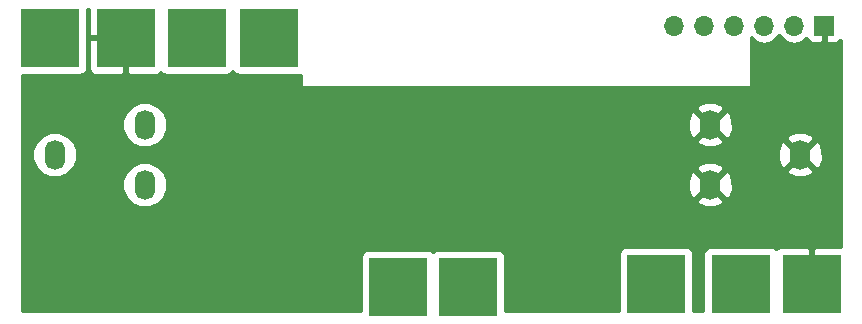
<source format=gbl>
G04 #@! TF.GenerationSoftware,KiCad,Pcbnew,5.0.0-rc2-dev-unknown-r12647-81843c37*
G04 #@! TF.CreationDate,2018-05-28T11:26:45-04:00*
G04 #@! TF.ProjectId,Peapod PCB,506561706F64205043422E6B69636164,rev?*
G04 #@! TF.SameCoordinates,Original*
G04 #@! TF.FileFunction,Copper,L2,Bot,Signal*
G04 #@! TF.FilePolarity,Positive*
%FSLAX46Y46*%
G04 Gerber Fmt 4.6, Leading zero omitted, Abs format (unit mm)*
G04 Created by KiCad (PCBNEW 5.0.0-rc2-dev-unknown-r12647-81843c37) date Mon May 28 11:26:45 2018*
%MOMM*%
%LPD*%
G01*
G04 APERTURE LIST*
%ADD10O,1.711200X2.540000*%
%ADD11R,5.000000X5.000000*%
%ADD12R,1.700000X1.700000*%
%ADD13O,1.700000X1.700000*%
%ADD14C,0.685800*%
%ADD15C,0.254000*%
G04 APERTURE END LIST*
D10*
X156340000Y-39370000D03*
X163960000Y-41910000D03*
X163960000Y-36830000D03*
X219460000Y-39370000D03*
X211840000Y-36830000D03*
X211840000Y-41910000D03*
D11*
X214424000Y-50292000D03*
X220424000Y-50292000D03*
X168354000Y-29464000D03*
X162354000Y-29464000D03*
X155956000Y-29464000D03*
D12*
X221488000Y-28448000D03*
D13*
X218948000Y-28448000D03*
X216408000Y-28448000D03*
X213868000Y-28448000D03*
X211328000Y-28448000D03*
X208788000Y-28448000D03*
D11*
X191350000Y-50550000D03*
X207264000Y-50292000D03*
X185420000Y-50546000D03*
X174498000Y-29464000D03*
D14*
X198882000Y-49022000D03*
X168402000Y-34798000D03*
X177800000Y-49022000D03*
X168656000Y-49022000D03*
X160020000Y-49022000D03*
X208534000Y-39370000D03*
X155956000Y-29464000D03*
X168354000Y-29464000D03*
X185420000Y-51562000D03*
X174498000Y-29464000D03*
X191096000Y-51566000D03*
X207264000Y-50292000D03*
X214424000Y-50292000D03*
D15*
G36*
X159219000Y-29178250D02*
X159377750Y-29337000D01*
X162227000Y-29337000D01*
X162227000Y-29317000D01*
X162481000Y-29317000D01*
X162481000Y-29337000D01*
X162501000Y-29337000D01*
X162501000Y-29591000D01*
X162481000Y-29591000D01*
X162481000Y-32440250D01*
X162639750Y-32599000D01*
X164980309Y-32599000D01*
X165213698Y-32502327D01*
X165354936Y-32361090D01*
X165389910Y-32415441D01*
X165602110Y-32560431D01*
X165854000Y-32611440D01*
X170854000Y-32611440D01*
X171089317Y-32567162D01*
X171305441Y-32428090D01*
X171427293Y-32249754D01*
X171533910Y-32415441D01*
X171746110Y-32560431D01*
X171998000Y-32611440D01*
X176998000Y-32611440D01*
X177165000Y-32580017D01*
X177165000Y-33528000D01*
X177175006Y-33577410D01*
X177203447Y-33619035D01*
X177245841Y-33646315D01*
X177292000Y-33655000D01*
X215138000Y-33655000D01*
X215187410Y-33644994D01*
X215229035Y-33616553D01*
X215256315Y-33574159D01*
X215265000Y-33528000D01*
X215265000Y-29388043D01*
X215357946Y-29527147D01*
X215839715Y-29849054D01*
X216408000Y-29962093D01*
X216976285Y-29849054D01*
X217458054Y-29527147D01*
X217678000Y-29197974D01*
X217897946Y-29527147D01*
X218379715Y-29849054D01*
X218948000Y-29962093D01*
X219516285Y-29849054D01*
X219998054Y-29527147D01*
X220027403Y-29483223D01*
X220099673Y-29657698D01*
X220278301Y-29836327D01*
X220511690Y-29933000D01*
X221202250Y-29933000D01*
X221361000Y-29774250D01*
X221361000Y-28575000D01*
X221341000Y-28575000D01*
X221341000Y-28321000D01*
X221361000Y-28321000D01*
X221361000Y-28301000D01*
X221615000Y-28301000D01*
X221615000Y-28321000D01*
X221635000Y-28321000D01*
X221635000Y-28575000D01*
X221615000Y-28575000D01*
X221615000Y-29774250D01*
X221773750Y-29933000D01*
X222464310Y-29933000D01*
X222697699Y-29836327D01*
X222876327Y-29657698D01*
X222885000Y-29636760D01*
X222885000Y-47157000D01*
X220709750Y-47157000D01*
X220551000Y-47315750D01*
X220551000Y-50165000D01*
X220571000Y-50165000D01*
X220571000Y-50419000D01*
X220551000Y-50419000D01*
X220551000Y-50439000D01*
X220297000Y-50439000D01*
X220297000Y-50419000D01*
X220277000Y-50419000D01*
X220277000Y-50165000D01*
X220297000Y-50165000D01*
X220297000Y-47315750D01*
X220138250Y-47157000D01*
X217797691Y-47157000D01*
X217564302Y-47253673D01*
X217423064Y-47394910D01*
X217388090Y-47340559D01*
X217175890Y-47195569D01*
X216924000Y-47144560D01*
X211924000Y-47144560D01*
X211688683Y-47188838D01*
X211472559Y-47327910D01*
X211327569Y-47540110D01*
X211276560Y-47792000D01*
X211276560Y-52630000D01*
X210411440Y-52630000D01*
X210411440Y-47792000D01*
X210367162Y-47556683D01*
X210228090Y-47340559D01*
X210015890Y-47195569D01*
X209764000Y-47144560D01*
X204764000Y-47144560D01*
X204528683Y-47188838D01*
X204312559Y-47327910D01*
X204167569Y-47540110D01*
X204116560Y-47792000D01*
X204116560Y-52630000D01*
X194497440Y-52630000D01*
X194497440Y-48050000D01*
X194453162Y-47814683D01*
X194314090Y-47598559D01*
X194101890Y-47453569D01*
X193850000Y-47402560D01*
X188850000Y-47402560D01*
X188614683Y-47446838D01*
X188398559Y-47585910D01*
X188388241Y-47601010D01*
X188384090Y-47594559D01*
X188171890Y-47449569D01*
X187920000Y-47398560D01*
X182920000Y-47398560D01*
X182684683Y-47442838D01*
X182468559Y-47581910D01*
X182323569Y-47794110D01*
X182272560Y-48046000D01*
X182272560Y-52630000D01*
X153618000Y-52630000D01*
X153618000Y-42287265D01*
X162054670Y-42287265D01*
X162344078Y-42987686D01*
X162879495Y-43524039D01*
X163579410Y-43814668D01*
X164337265Y-43815330D01*
X165037686Y-43525922D01*
X165306299Y-43257777D01*
X210671828Y-43257777D01*
X210803520Y-43552657D01*
X211511036Y-43824261D01*
X212268632Y-43804436D01*
X212876480Y-43552657D01*
X213008172Y-43257777D01*
X211840000Y-42089605D01*
X210671828Y-43257777D01*
X165306299Y-43257777D01*
X165574039Y-42990505D01*
X165864668Y-42290590D01*
X165865287Y-41581036D01*
X209925739Y-41581036D01*
X209945564Y-42338632D01*
X210197343Y-42946480D01*
X210492223Y-43078172D01*
X211660395Y-41910000D01*
X212019605Y-41910000D01*
X213187777Y-43078172D01*
X213482657Y-42946480D01*
X213754261Y-42238964D01*
X213734436Y-41481368D01*
X213482657Y-40873520D01*
X213187777Y-40741828D01*
X212019605Y-41910000D01*
X211660395Y-41910000D01*
X210492223Y-40741828D01*
X210197343Y-40873520D01*
X209925739Y-41581036D01*
X165865287Y-41581036D01*
X165865330Y-41532735D01*
X165575922Y-40832314D01*
X165306303Y-40562223D01*
X210671828Y-40562223D01*
X211840000Y-41730395D01*
X212852618Y-40717777D01*
X218291828Y-40717777D01*
X218423520Y-41012657D01*
X219131036Y-41284261D01*
X219888632Y-41264436D01*
X220496480Y-41012657D01*
X220628172Y-40717777D01*
X219460000Y-39549605D01*
X218291828Y-40717777D01*
X212852618Y-40717777D01*
X213008172Y-40562223D01*
X212876480Y-40267343D01*
X212168964Y-39995739D01*
X211411368Y-40015564D01*
X210803520Y-40267343D01*
X210671828Y-40562223D01*
X165306303Y-40562223D01*
X165040505Y-40295961D01*
X164340590Y-40005332D01*
X163582735Y-40004670D01*
X162882314Y-40294078D01*
X162345961Y-40829495D01*
X162055332Y-41529410D01*
X162054670Y-42287265D01*
X153618000Y-42287265D01*
X153618000Y-39747265D01*
X154434670Y-39747265D01*
X154724078Y-40447686D01*
X155259495Y-40984039D01*
X155959410Y-41274668D01*
X156717265Y-41275330D01*
X157417686Y-40985922D01*
X157954039Y-40450505D01*
X158244668Y-39750590D01*
X158245287Y-39041036D01*
X217545739Y-39041036D01*
X217565564Y-39798632D01*
X217817343Y-40406480D01*
X218112223Y-40538172D01*
X219280395Y-39370000D01*
X219639605Y-39370000D01*
X220807777Y-40538172D01*
X221102657Y-40406480D01*
X221374261Y-39698964D01*
X221354436Y-38941368D01*
X221102657Y-38333520D01*
X220807777Y-38201828D01*
X219639605Y-39370000D01*
X219280395Y-39370000D01*
X218112223Y-38201828D01*
X217817343Y-38333520D01*
X217545739Y-39041036D01*
X158245287Y-39041036D01*
X158245330Y-38992735D01*
X157955922Y-38292314D01*
X157420505Y-37755961D01*
X156720590Y-37465332D01*
X155962735Y-37464670D01*
X155262314Y-37754078D01*
X154725961Y-38289495D01*
X154435332Y-38989410D01*
X154434670Y-39747265D01*
X153618000Y-39747265D01*
X153618000Y-37207265D01*
X162054670Y-37207265D01*
X162344078Y-37907686D01*
X162879495Y-38444039D01*
X163579410Y-38734668D01*
X164337265Y-38735330D01*
X165037686Y-38445922D01*
X165306299Y-38177777D01*
X210671828Y-38177777D01*
X210803520Y-38472657D01*
X211511036Y-38744261D01*
X212268632Y-38724436D01*
X212876480Y-38472657D01*
X213008172Y-38177777D01*
X212852618Y-38022223D01*
X218291828Y-38022223D01*
X219460000Y-39190395D01*
X220628172Y-38022223D01*
X220496480Y-37727343D01*
X219788964Y-37455739D01*
X219031368Y-37475564D01*
X218423520Y-37727343D01*
X218291828Y-38022223D01*
X212852618Y-38022223D01*
X211840000Y-37009605D01*
X210671828Y-38177777D01*
X165306299Y-38177777D01*
X165574039Y-37910505D01*
X165864668Y-37210590D01*
X165865287Y-36501036D01*
X209925739Y-36501036D01*
X209945564Y-37258632D01*
X210197343Y-37866480D01*
X210492223Y-37998172D01*
X211660395Y-36830000D01*
X212019605Y-36830000D01*
X213187777Y-37998172D01*
X213482657Y-37866480D01*
X213754261Y-37158964D01*
X213734436Y-36401368D01*
X213482657Y-35793520D01*
X213187777Y-35661828D01*
X212019605Y-36830000D01*
X211660395Y-36830000D01*
X210492223Y-35661828D01*
X210197343Y-35793520D01*
X209925739Y-36501036D01*
X165865287Y-36501036D01*
X165865330Y-36452735D01*
X165575922Y-35752314D01*
X165306303Y-35482223D01*
X210671828Y-35482223D01*
X211840000Y-36650395D01*
X213008172Y-35482223D01*
X212876480Y-35187343D01*
X212168964Y-34915739D01*
X211411368Y-34935564D01*
X210803520Y-35187343D01*
X210671828Y-35482223D01*
X165306303Y-35482223D01*
X165040505Y-35215961D01*
X164340590Y-34925332D01*
X163582735Y-34924670D01*
X162882314Y-35214078D01*
X162345961Y-35749495D01*
X162055332Y-36449410D01*
X162054670Y-37207265D01*
X153618000Y-37207265D01*
X153618000Y-32611440D01*
X158456000Y-32611440D01*
X158691317Y-32567162D01*
X158907441Y-32428090D01*
X159052431Y-32215890D01*
X159103440Y-31964000D01*
X159103440Y-29749750D01*
X159219000Y-29749750D01*
X159219000Y-32090310D01*
X159315673Y-32323699D01*
X159494302Y-32502327D01*
X159727691Y-32599000D01*
X162068250Y-32599000D01*
X162227000Y-32440250D01*
X162227000Y-29591000D01*
X159377750Y-29591000D01*
X159219000Y-29749750D01*
X159103440Y-29749750D01*
X159103440Y-27051000D01*
X159219000Y-27051000D01*
X159219000Y-29178250D01*
X159219000Y-29178250D01*
G37*
X159219000Y-29178250D02*
X159377750Y-29337000D01*
X162227000Y-29337000D01*
X162227000Y-29317000D01*
X162481000Y-29317000D01*
X162481000Y-29337000D01*
X162501000Y-29337000D01*
X162501000Y-29591000D01*
X162481000Y-29591000D01*
X162481000Y-32440250D01*
X162639750Y-32599000D01*
X164980309Y-32599000D01*
X165213698Y-32502327D01*
X165354936Y-32361090D01*
X165389910Y-32415441D01*
X165602110Y-32560431D01*
X165854000Y-32611440D01*
X170854000Y-32611440D01*
X171089317Y-32567162D01*
X171305441Y-32428090D01*
X171427293Y-32249754D01*
X171533910Y-32415441D01*
X171746110Y-32560431D01*
X171998000Y-32611440D01*
X176998000Y-32611440D01*
X177165000Y-32580017D01*
X177165000Y-33528000D01*
X177175006Y-33577410D01*
X177203447Y-33619035D01*
X177245841Y-33646315D01*
X177292000Y-33655000D01*
X215138000Y-33655000D01*
X215187410Y-33644994D01*
X215229035Y-33616553D01*
X215256315Y-33574159D01*
X215265000Y-33528000D01*
X215265000Y-29388043D01*
X215357946Y-29527147D01*
X215839715Y-29849054D01*
X216408000Y-29962093D01*
X216976285Y-29849054D01*
X217458054Y-29527147D01*
X217678000Y-29197974D01*
X217897946Y-29527147D01*
X218379715Y-29849054D01*
X218948000Y-29962093D01*
X219516285Y-29849054D01*
X219998054Y-29527147D01*
X220027403Y-29483223D01*
X220099673Y-29657698D01*
X220278301Y-29836327D01*
X220511690Y-29933000D01*
X221202250Y-29933000D01*
X221361000Y-29774250D01*
X221361000Y-28575000D01*
X221341000Y-28575000D01*
X221341000Y-28321000D01*
X221361000Y-28321000D01*
X221361000Y-28301000D01*
X221615000Y-28301000D01*
X221615000Y-28321000D01*
X221635000Y-28321000D01*
X221635000Y-28575000D01*
X221615000Y-28575000D01*
X221615000Y-29774250D01*
X221773750Y-29933000D01*
X222464310Y-29933000D01*
X222697699Y-29836327D01*
X222876327Y-29657698D01*
X222885000Y-29636760D01*
X222885000Y-47157000D01*
X220709750Y-47157000D01*
X220551000Y-47315750D01*
X220551000Y-50165000D01*
X220571000Y-50165000D01*
X220571000Y-50419000D01*
X220551000Y-50419000D01*
X220551000Y-50439000D01*
X220297000Y-50439000D01*
X220297000Y-50419000D01*
X220277000Y-50419000D01*
X220277000Y-50165000D01*
X220297000Y-50165000D01*
X220297000Y-47315750D01*
X220138250Y-47157000D01*
X217797691Y-47157000D01*
X217564302Y-47253673D01*
X217423064Y-47394910D01*
X217388090Y-47340559D01*
X217175890Y-47195569D01*
X216924000Y-47144560D01*
X211924000Y-47144560D01*
X211688683Y-47188838D01*
X211472559Y-47327910D01*
X211327569Y-47540110D01*
X211276560Y-47792000D01*
X211276560Y-52630000D01*
X210411440Y-52630000D01*
X210411440Y-47792000D01*
X210367162Y-47556683D01*
X210228090Y-47340559D01*
X210015890Y-47195569D01*
X209764000Y-47144560D01*
X204764000Y-47144560D01*
X204528683Y-47188838D01*
X204312559Y-47327910D01*
X204167569Y-47540110D01*
X204116560Y-47792000D01*
X204116560Y-52630000D01*
X194497440Y-52630000D01*
X194497440Y-48050000D01*
X194453162Y-47814683D01*
X194314090Y-47598559D01*
X194101890Y-47453569D01*
X193850000Y-47402560D01*
X188850000Y-47402560D01*
X188614683Y-47446838D01*
X188398559Y-47585910D01*
X188388241Y-47601010D01*
X188384090Y-47594559D01*
X188171890Y-47449569D01*
X187920000Y-47398560D01*
X182920000Y-47398560D01*
X182684683Y-47442838D01*
X182468559Y-47581910D01*
X182323569Y-47794110D01*
X182272560Y-48046000D01*
X182272560Y-52630000D01*
X153618000Y-52630000D01*
X153618000Y-42287265D01*
X162054670Y-42287265D01*
X162344078Y-42987686D01*
X162879495Y-43524039D01*
X163579410Y-43814668D01*
X164337265Y-43815330D01*
X165037686Y-43525922D01*
X165306299Y-43257777D01*
X210671828Y-43257777D01*
X210803520Y-43552657D01*
X211511036Y-43824261D01*
X212268632Y-43804436D01*
X212876480Y-43552657D01*
X213008172Y-43257777D01*
X211840000Y-42089605D01*
X210671828Y-43257777D01*
X165306299Y-43257777D01*
X165574039Y-42990505D01*
X165864668Y-42290590D01*
X165865287Y-41581036D01*
X209925739Y-41581036D01*
X209945564Y-42338632D01*
X210197343Y-42946480D01*
X210492223Y-43078172D01*
X211660395Y-41910000D01*
X212019605Y-41910000D01*
X213187777Y-43078172D01*
X213482657Y-42946480D01*
X213754261Y-42238964D01*
X213734436Y-41481368D01*
X213482657Y-40873520D01*
X213187777Y-40741828D01*
X212019605Y-41910000D01*
X211660395Y-41910000D01*
X210492223Y-40741828D01*
X210197343Y-40873520D01*
X209925739Y-41581036D01*
X165865287Y-41581036D01*
X165865330Y-41532735D01*
X165575922Y-40832314D01*
X165306303Y-40562223D01*
X210671828Y-40562223D01*
X211840000Y-41730395D01*
X212852618Y-40717777D01*
X218291828Y-40717777D01*
X218423520Y-41012657D01*
X219131036Y-41284261D01*
X219888632Y-41264436D01*
X220496480Y-41012657D01*
X220628172Y-40717777D01*
X219460000Y-39549605D01*
X218291828Y-40717777D01*
X212852618Y-40717777D01*
X213008172Y-40562223D01*
X212876480Y-40267343D01*
X212168964Y-39995739D01*
X211411368Y-40015564D01*
X210803520Y-40267343D01*
X210671828Y-40562223D01*
X165306303Y-40562223D01*
X165040505Y-40295961D01*
X164340590Y-40005332D01*
X163582735Y-40004670D01*
X162882314Y-40294078D01*
X162345961Y-40829495D01*
X162055332Y-41529410D01*
X162054670Y-42287265D01*
X153618000Y-42287265D01*
X153618000Y-39747265D01*
X154434670Y-39747265D01*
X154724078Y-40447686D01*
X155259495Y-40984039D01*
X155959410Y-41274668D01*
X156717265Y-41275330D01*
X157417686Y-40985922D01*
X157954039Y-40450505D01*
X158244668Y-39750590D01*
X158245287Y-39041036D01*
X217545739Y-39041036D01*
X217565564Y-39798632D01*
X217817343Y-40406480D01*
X218112223Y-40538172D01*
X219280395Y-39370000D01*
X219639605Y-39370000D01*
X220807777Y-40538172D01*
X221102657Y-40406480D01*
X221374261Y-39698964D01*
X221354436Y-38941368D01*
X221102657Y-38333520D01*
X220807777Y-38201828D01*
X219639605Y-39370000D01*
X219280395Y-39370000D01*
X218112223Y-38201828D01*
X217817343Y-38333520D01*
X217545739Y-39041036D01*
X158245287Y-39041036D01*
X158245330Y-38992735D01*
X157955922Y-38292314D01*
X157420505Y-37755961D01*
X156720590Y-37465332D01*
X155962735Y-37464670D01*
X155262314Y-37754078D01*
X154725961Y-38289495D01*
X154435332Y-38989410D01*
X154434670Y-39747265D01*
X153618000Y-39747265D01*
X153618000Y-37207265D01*
X162054670Y-37207265D01*
X162344078Y-37907686D01*
X162879495Y-38444039D01*
X163579410Y-38734668D01*
X164337265Y-38735330D01*
X165037686Y-38445922D01*
X165306299Y-38177777D01*
X210671828Y-38177777D01*
X210803520Y-38472657D01*
X211511036Y-38744261D01*
X212268632Y-38724436D01*
X212876480Y-38472657D01*
X213008172Y-38177777D01*
X212852618Y-38022223D01*
X218291828Y-38022223D01*
X219460000Y-39190395D01*
X220628172Y-38022223D01*
X220496480Y-37727343D01*
X219788964Y-37455739D01*
X219031368Y-37475564D01*
X218423520Y-37727343D01*
X218291828Y-38022223D01*
X212852618Y-38022223D01*
X211840000Y-37009605D01*
X210671828Y-38177777D01*
X165306299Y-38177777D01*
X165574039Y-37910505D01*
X165864668Y-37210590D01*
X165865287Y-36501036D01*
X209925739Y-36501036D01*
X209945564Y-37258632D01*
X210197343Y-37866480D01*
X210492223Y-37998172D01*
X211660395Y-36830000D01*
X212019605Y-36830000D01*
X213187777Y-37998172D01*
X213482657Y-37866480D01*
X213754261Y-37158964D01*
X213734436Y-36401368D01*
X213482657Y-35793520D01*
X213187777Y-35661828D01*
X212019605Y-36830000D01*
X211660395Y-36830000D01*
X210492223Y-35661828D01*
X210197343Y-35793520D01*
X209925739Y-36501036D01*
X165865287Y-36501036D01*
X165865330Y-36452735D01*
X165575922Y-35752314D01*
X165306303Y-35482223D01*
X210671828Y-35482223D01*
X211840000Y-36650395D01*
X213008172Y-35482223D01*
X212876480Y-35187343D01*
X212168964Y-34915739D01*
X211411368Y-34935564D01*
X210803520Y-35187343D01*
X210671828Y-35482223D01*
X165306303Y-35482223D01*
X165040505Y-35215961D01*
X164340590Y-34925332D01*
X163582735Y-34924670D01*
X162882314Y-35214078D01*
X162345961Y-35749495D01*
X162055332Y-36449410D01*
X162054670Y-37207265D01*
X153618000Y-37207265D01*
X153618000Y-32611440D01*
X158456000Y-32611440D01*
X158691317Y-32567162D01*
X158907441Y-32428090D01*
X159052431Y-32215890D01*
X159103440Y-31964000D01*
X159103440Y-29749750D01*
X159219000Y-29749750D01*
X159219000Y-32090310D01*
X159315673Y-32323699D01*
X159494302Y-32502327D01*
X159727691Y-32599000D01*
X162068250Y-32599000D01*
X162227000Y-32440250D01*
X162227000Y-29591000D01*
X159377750Y-29591000D01*
X159219000Y-29749750D01*
X159103440Y-29749750D01*
X159103440Y-27051000D01*
X159219000Y-27051000D01*
X159219000Y-29178250D01*
M02*

</source>
